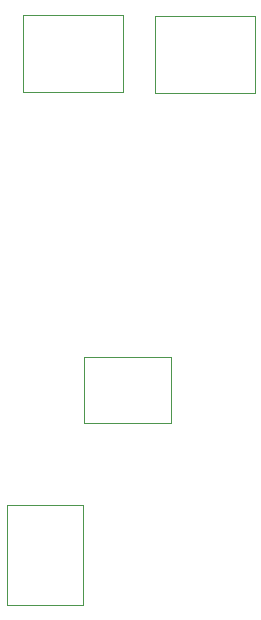
<source format=gbr>
%FSTAX23Y23*%
%MOIN*%
%SFA1B1*%

%IPPOS*%
%ADD63C,0.002000*%
%LNtemperature_monitor_&_display_mechanical_16-1*%
%LPD*%
G54D63*
X02225Y01728D02*
Y01984D01*
X01891D02*
X02225D01*
X01891Y01728D02*
Y01984D01*
Y01728D02*
X02225D01*
X02665Y01726D02*
Y01982D01*
X02331D02*
X02665D01*
X02331Y01726D02*
Y01982D01*
Y01726D02*
X02665D01*
X01837Y00352D02*
X02093D01*
X01837Y00018D02*
Y00352D01*
Y00018D02*
X02093D01*
Y00352*
X02357Y00845D02*
X02384D01*
X02303D02*
X02339D01*
X02357*
X02096D02*
X02159D01*
X02303*
X02384Y00624D02*
Y00845D01*
X02096Y00624D02*
X02384D01*
X02096D02*
Y00845D01*
M02*
</source>
